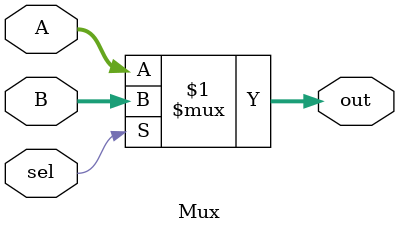
<source format=v>
module Mux (sel, A, B, out);
input [31:0] A, B;
input sel;

output [31:0] out;

assign out = (sel) ? B : A;

endmodule
</source>
